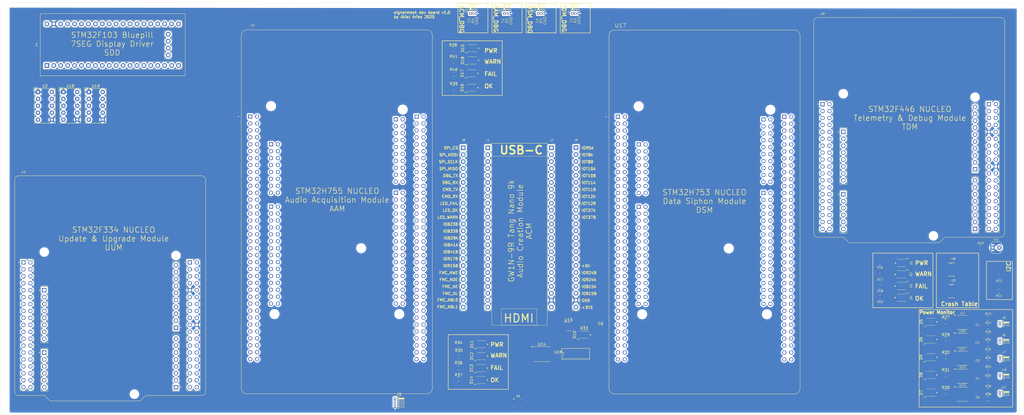
<source format=kicad_pcb>
(kicad_pcb (version 20241229) (generator "pcbnew") (generator_version "9.0")
  (layers (0 "F.Cu" signal) (2 "B.Cu" signal) (13 "F.Paste" user) (15 "B.Paste" user) (5 "F.SilkS" user "F.Silkscreen") (7 "B.SilkS" user "B.Silkscreen") (1 "F.Mask" user) (3 "B.Mask" user) (25 "Edge.Cuts" user))
  (net 0 "")
  (net 2 "Net-(U1A-GND_CN11-PadCN11_19)")
  (net 58 "GND")
  (net 59 "AAM_FMC_NBL0")
  (net 62 "AAM_FMC_NE")
  (net 64 "Net-(U14-VCC)")
  (net 65 "Net-(D10-A)")
  (net 66 "Net-(D11-A)")
  (net 67 "Net-(D12-A)")
  (net 68 "Net-(D13-A)")
  (net 69 "Net-(D14-A)")
  (net 70 "Net-(D15-A)")
  (net 71 "Net-(D16-A)")
  (net 72 "Net-(D17-A)")
  (net 73 "Net-(D18-A)")
  (net 74 "ACM_LED_WARN")
  (net 75 "ACM_DBG_TX")
  (net 76 "ACM_CMD_RX")
  (net 77 "ACM_DBG_RX")
  (net 78 "ACM_LED_PWR")
  (net 79 "ACM_SPI_SCLK")
  (net 80 "ACM_SPI_CS")
  (net 81 "ACM_LED_FAIL")
  (net 82 "AAM_FMC_NL")
  (net 83 "AAM_FMC_NBL1")
  (net 87 "AAM_FMC_D11")
  (net 88 "ACM_SPI_MISO")
  (net 89 "ACM_CMD_TX")
  (net 90 "ACM_SPI_MOSI")
  (net 91 "ACM_LED_OK")
  (net 92 "AAM_FMC_NOE")
  (net 94 "ACM_FMC_D15")
  (net 96 "AAM_FMC_D0")
  (net 97 "AAM_FMC_D10")
  (net 98 "ACM_FMC_D14")
  (net 101 "AAM_FMC_D9")
  (net 120 "Net-(D1-A)")
  (net 121 "5V_TDM")
  (net 122 "AAM_FMC_NWE")
  (net 123 "AAM_FMC_D7")
  (net 124 "AAM_FMC_D3")
  (net 126 "Net-(D2-A)")
  (net 127 "Net-(D3-A)")
  (net 128 "Net-(D4-A)")
  (net 129 "AAM_FMC_D13")
  (net 130 "AAM_FMC_D8")
  (net 131 "AAM_FMC_D12")
  (net 155 "Net-(U9B-PC7)")
  (net 157 "3V3_ACM")
  (net 158 "AAM_FMC_D4")
  (net 159 "AAM_FMC_D6")
  (net 161 "AAM_FMC_D1")
  (net 162 "5V_ACM")
  (net 163 "AAM_FMC_D2")
  (net 165 "AAM_FMC_D5")
  (net 175 "TDM_I2C1_SCL")
  (net 192 "TDM_I2C1_SDA")
  (net 201 "TDM_VDD")
  (net 203 "TDM_DBG_RX")
  (net 204 "TDM_DBG_TX")
  (net 205 "Net-(J5-Pin_1)")
  (net 206 "Net-(J6-Pin_1)")
  (net 207 "Net-(J7-Pin_1)")
  (net 208 "Net-(J10-Pin_1)")
  (net 209 "Net-(J11-Pin_1)")
  (net 210 "Net-(D5-A)")
  (net 211 "AAM_DBG_TX")
  (net 212 "AAM_DBG_RX")
  (net 213 "DSM_DBG_TX")
  (net 214 "DSM_DBG_RX")
  (net 215 "VDD_ACM")
  (net 216 "Net-(D6-A)")
  (net 217 "Net-(D7-A)")
  (net 218 "Net-(D8-A)")
  (net 219 "Net-(D9-A)")
  (net 220 "VDD_AAM")
  (net 221 "VDD_UUM")
  (net 222 "VDD_DSM")
  (net 223 "5V_DSM")
  (net 224 "5V_UUM")
  (net 225 "5V_AAM")
  (net 226 "TDM_LED_OK")
  (net 227 "TDM_LED_WARN")
  (net 228 "TDM_LED_FAIL")
  (net 229 "ACM_VDD")
  (net 235 "Net-(U1B-GND_CN12-PadCN12_20)")
  (net 282 "Net-(U14-~{CS})")
  (net 283 "Net-(U14-DI{slash}IO_{0})")
  (net 284 "Net-(U14-DO{slash}IO_{1})")
  (net 285 "Net-(U14-CLK)")
  (net 290 "AAM_VDD")
  (net 291 "AAM_LED_OK")
  (net 292 "AAM_LED_WARN")
  (net 293 "AAM_LED_FAIL")
  (net 303 "Net-(U1F-GND_CN10-PadCN10_17)")
  (net 336 "Net-(U1C-GND_CN8-PadCN8_11)")
  (net 364 "Net-(U1D-GND_CN9-PadCN9_12)")
  (net 389 "Net-(U17A-GND_CN11-PadCN11_19)")
  (net 398 "Net-(U17B-GND_CN12-PadCN12_20)")
  (net 412 "Net-(U17F-GND_CN10-PadCN10_17)")
  (net 437 "Net-(U17D-GND_CN9-PadCN9_12)")
  (net 453 "Net-(U17C-GND_CN8-PadCN8_11)")
  (net 602 "AAM_FMC_CLK")
  (net 603 "AAM_I2C1_SCL")
  (net 604 "AAM_I2C1_SDA")
  (net 616 "Net-(U2-B)")
  (net 617 "Net-(U2-DP)")
  (net 618 "Net-(U2-D)")
  (net 619 "Net-(U2-E)")
  (net 620 "Net-(U2-G)")
  (net 621 "Net-(U2-C)")
  (net 622 "Net-(U2-F)")
  (net 623 "Net-(U2-A)")
  (net 624 "Net-(U19-G)")
  (net 625 "Net-(U18-F)")
  (net 626 "Net-(U19-C)")
  (net 627 "Net-(U19-F)")
  (net 628 "Net-(U19-A)")
  (net 629 "Net-(U19-D)")
  (net 630 "Net-(U18-D)")
  (net 631 "Net-(U18-B)")
  (net 632 "Net-(U18-G)")
  (net 633 "Net-(U18-C)")
  (net 634 "Net-(U19-DP)")
  (net 635 "5V_7SDD")
  (net 636 "Net-(U18-DP)")
  (net 637 "Net-(U19-E)")
  (net 638 "Net-(U18-A)")
  (net 639 "Net-(U19-B)")
  (net 640 "Net-(U18-E)")
  (footprint "LED_SMD:LED_Kingbright_KPBD-3224" (layer "F.Cu") (at 366.31 179.346667 90)
    (property "Reference" "D12")
    (property "Value" "LED_OK")
  )
  (footprint "Display_7Segment:HDSP-A151" (layer "F.Cu") (at 213.205 82.54)
    (property "Reference" "U18")
    (property "Value" "HDSP-7503")
  )
  (footprint "LED_SMD:LED_Kingbright_KPBD-3224" (layer "F.Cu") (at 363 71 90)
    (property "Reference" "D18")
    (property "Value" "LED_WARN")
  )
  (footprint "LED_SMD:LED_Kingbright_KPBD-3224" (layer "F.Cu") (at 531 166.75 90)
    (property "Reference" "D5")
    (property "Value" "LED_PWR")
  )
  (footprint "Resistor_SMD:R_0805_2012Metric_Pad1.20x1.40mm_HandSolder" (layer "F.Cu") (at 555.95 150.14 180)
    (property "Reference" "R12")
    (property "Value" "4.7k")
  )
  (footprint "Capacitor_SMD:C_0201_0603Metric" (layer "F.Cu") (at 548.0873 181.9901)
    (property "Reference" "C3")
    (property "Value" "0.1uf")
  )
  (footprint "LED_SMD:LED_Kingbright_KPBD-3224" (layer "F.Cu") (at 520.3 149.4 -90)
    (property "Reference" "D2")
    (property "Value" "LED_FAIL")
  )
  (footprint "Resistor_SMD:R_0805_2012Metric_Pad1.20x1.40mm_HandSolder" (layer "F.Cu") (at 512.4 149.7 180)
    (property "Reference" "R17")
    (property "Value" "300")
  )
  (footprint "Resistor_SMD:R_0805_2012Metric_Pad1.20x1.40mm_HandSolder" (layer "F.Cu") (at 512.4 145.2 180)
    (property "Reference" "R16")
    (property "Value" "300")
  )
  (footprint "Display_7Segment:HDSP-A151" (layer "F.Cu") (at 222.52 82.54)
    (property "Reference" "U19")
    (property "Value" "HDSP-7503")
  )
  (footprint "Connector_PinHeader_1.00mm:PinHeader_1x03_P1.00mm_Horizontal" (layer "F.Cu") (at 399.75 53.775 90)
    (property "Reference" "J4")
    (property "Value" "TDM_DBG")
  )
  (footprint "Resistor_SMD:R_0805_2012Metric_Pad1.20x1.40mm_HandSolder" (layer "F.Cu") (at 356.2 81.2)
    (property "Reference" "R39")
    (property "Value" "300")
  )
  (footprint "Connector_PinHeader_1.00mm:PinHeader_1x04_P1.00mm_Horizontal" (layer "F.Cu") (at 334.7 194.9)
    (property "Reference" "J3")
    (property "Value" "LCD_display")
  )
  (footprint "Resistor_SMD:R_0805_2012Metric_Pad1.20x1.40mm_HandSolder" (layer "F.Cu") (at 358.01 183.68)
    (property "Reference" "R36")
    (property "Value" "300")
  )
  (footprint "Resistor_SMD:R_0805_2012Metric_Pad1.20x1.40mm_HandSolder" (layer "F.Cu") (at 552 172.05)
    (property "Reference" "R20")
    (property "Value" "10k")
  )
  (footprint "NUCLEO-H753ZI:MODULE_NUCLEO-H753ZI" (layer "F.Cu") (at 313.41 126.47)
    (property "Reference" "U1")
    (property "Value" "NUCLEO-H753ZI")
  )
  (footprint "Resistor_SMD:R_0805_2012Metric_Pad1.20x1.40mm_HandSolder" (layer "F.Cu") (at 552 178.55)
    (property "Reference" "R22")
    (property "Value" "10k")
  )
  (footprint "Package_LGA:Bosch_LGA-8_2.5x2.5mm_P0.65mm_ClockwisePinNumbering" (layer "F.Cu") (at 379.725 196.455)
    (property "Reference" "U6")
    (property "Value" "BME280")
  )
  (footprint "Capacitor_SMD:C_0201_0603Metric" (layer "F.Cu") (at 548.0873 169)
    (property "Reference" "C1")
    (property "Value" "0.1uf")
  )
  (footprint "Capacitor_SMD:C_0201_0603Metric" (layer "F.Cu") (at 548.0873 195.4901)
    (property "Reference" "C5")
    (property "Value" "0.1uf")
  )
  (footprint "Connector_PinSocket_2.54mm:PinSocket_1x24_P2.54mm_Vertical" (layer "F.Cu") (at 401.01 102.94)
    (property "Reference" "J9")
    (property "Value" "FPGA I/O")
  )
  (footprint "Capacitor_SMD:C_0201_0603Metric" (layer "F.Cu") (at 410.065 168.48)
    (property "Reference" "C6")
    (property "Value" "10uf")
  )
  (footprint "Capacitor_SMD:C_0201_0603Metric" (layer "F.Cu") (at 548.0873 175.4872)
    (property "Reference" "C2")
    (property "Value" "0.1uf")
  )
  (footprint "Package_SO:SOIC-8_3.9x4.9mm_P1.27mm" (layer "F.Cu") (at 542.5425 173.5787)
    (property "Reference" "U10")
    (property "Value" "INA219AxD")
  )
  (footprint "LED_SMD:LED_Kingbright_KPBD-3224" (layer "F.Cu") (at 531 179.725 90)
    (property "Reference" "D9")
    (property "Value" "LED_PWR")
  )
  (footprint "OptoDevice:R_LDR_4.9x4.2mm_P2.54mm_Vertical" (layer "F.Cu") (at 553.66 139.6)
    (property "Reference" "TH1")
    (property "Value" "10k")
  )
  (footprint "Package_SO:SOIC-8_3.9x4.9mm_P1.27mm" (layer "F.Cu") (at 542.56 193.315)
    (property "Reference" "U13")
    (property "Value" "INA219AxD")
  )
  (footprint "Display_7Segment:HDSP-A151" (layer "F.Cu") (at 203.89 82.54)
    (property "Reference" "U2")
    (property "Value" "HDSP-7503")
  )
  (footprint "Resistor_SMD:R_0805_2012Metric_Pad1.20x1.40mm_HandSolder" (layer "F.Cu") (at 356.2 71.2)
    (property "Reference" "R41")
    (property "Value" "300")
  )
  (footprint "Resistor_SMD:R_0805_2012Metric_Pad1.20x1.40mm_HandSolder" (layer "F.Cu") (at 356 67)
    (property "Reference" "R38")
    (property "Value" "300")
  )
  (footprint "LED_SMD:LED_Kingbright_KPBD-3224" (layer "F.Cu") (at 520.3 157.9 -90)
    (property "Reference" "D4")
    (property "Value" "LED_PWR")
  )
  (footprint "Resistor_SMD:R_0805_2012Metric_Pad1.20x1.40mm_HandSolder" (layer "F.Cu") (at 536.5 192.5)
    (property "Reference" "R30")
    (property "Value" "300")
  )
  (footprint "Resistor_SMD:R_0805_2012Metric_Pad1.20x1.40mm_HandSolder" (layer "F.Cu") (at 551.957401 168.66397)
    (property "Reference" "R14")
    (property "Value" "10k")
  )
  (footprint "Package_TO_SOT_SMD:SOT-23-5" (layer "F.Cu") (at 398.3475 168.43)
    (property "Reference" "U15")
    (property "Value" "AP2112K-3.3")
  )
  (footprint "Connector_PinSocket_2.54mm:PinSocket_1x24_P2.54mm_Vertical" (layer "F.Cu") (at 368.7 102.98)
    (property "Reference" "J1")
    (property "Value" "FPGA I/O")
  )
  (footprint "Package_SO:SOIC-8_3.9x4.9mm_P1.27mm" (layer "F.Cu") (at 542.525 180.1575)
    (property "Reference" "U11")
    (property "Value" "INA219AxD")
  )
  (footprint "Resistor_SMD:R_0805_2012Metric_Pad1.20x1.40mm_HandSolder" (layer "F.Cu") (at 512.4 153.84 180)
    (property "Reference" "R18")
    (property "Value" "300")
  )
  (footprint "Resistor_SMD:R_0805_2012Metric_Pad1.20x1.40mm_HandSolder" (layer "F.Cu") (at 356.2 76)
    (property "Reference" "R40")
    (property "Value" "300")
  )
  (footprint "LED_SMD:LED_Kingbright_KPBD-3224" (layer "F.Cu") (at 362.8 81 90)
    (property "Reference" "D16")
    (property "Value" "LED_OK")
  )
  (footprint "Connector_PinSocket_2.54mm:PinSocket_1x24_P2.54mm_Vertical" (layer "F.Cu") (at 359.7 102.98)
    (property "Reference" "J8")
    (property "Value" "FPGA I/O")
  )
  (footprint "LED_SMD:LED_Kingbright_KPBD-3224" (layer "F.Cu") (at 531 173.2375 90)
    (property "Reference" "D6")
    (property "Value" "LED_PWR")
  )
  (footprint "Resistor_SMD:R_0805_2012Metric_Pad1.20x1.40mm_HandSolder" (layer "F.Cu") (at 358.11 179.48)
    (property "Reference" "R35")
    (property "Value" "300")
  )
  (footprint "Resistor_SMD:R_0805_2012Metric_Pad1.20x1.40mm_HandSolder" (layer "F.Cu") (at 552 175)
    (property "Reference" "R21")
    (property "Value" "10k")
  )
  (footprint "Resistor_SMD:R_0805_2012Metric_Pad1.20x1.40mm_HandSolder" (layer "F.Cu") (at 512.4 157.84 180)
    (property "Reference" "R15")
    (property "Value" "300")
  )
  (footprint "Package_SO:SOIC-8_5.3x5.3mm_P1.27mm" (layer "F.Cu") (at 388.51 178.58)
    (property "Reference" "U14")
    (property "Value" "W25Q128JVS")
  )
  (footprint "LED_SMD:LED_Kingbright_KPBD-3224" (layer "F.Cu") (at 404.01 171.48 90)
    (property "Reference" "D10")
    (property "Value" "LED_PWR")
  )
  (footprint "LED_SMD:LED_Kingbright_KPBD-3224" (layer "F.Cu") (at 520.3 153.6451 -90)
    (property "Reference" "D3")
    (property "Value" "LED_WARN")
  )
  (footprint "Resistor_SMD:R_0805_2012Metric_Pad1.20x1.40mm_HandSolder" (layer "F.Cu") (at 536.5 179.625)
    (property "Reference" "R32")
    (property "Value" "300")
  )
  (footprint "Resistor_SMD:R_0805_2012Metric_Pad1.20x1.40mm_HandSolder" (layer "F.Cu") (at 358.01 187.88)
    (property "Reference" "R37")
    (property "Value" "300")
  )
  (footprint "Connector_PinSocket_2.54mm:PinSocket_1x24_P2.54mm_Vertical" (layer "F.Cu") (at 392.01 102.98)
    (property "Reference" "J2")
    (property "Value" "FPGA I/O")
  )
  (footprint "NUCLEO-F446RE:MODULE_NUCLEO-F446RE" (layer "F.Cu") (at 523.11 96.51)
    (property "Reference" "U9")
    (property "Value" "NUCLEO-F446RE")
  )
  (footprint "Resistor_SMD:R_0805_2012Metric_Pad1.20x1.40mm_HandSolder" (layer "F.Cu") (at 536.5 186.0625)
    (property "Reference" "R31")
    (property "Value" "300")
  )
  (footprint "Connector_PinHeader_1.00mm:PinHeader_1x03_P1.00mm_Horizontal" (layer "F.Cu") (at 362.35 53.775 90)
    (property "Reference" "J14")
    (property "Value" "ACM_DBG")
  )
  (footprint "LED_SMD:LED_Kingbright_KPBD-3224" (layer "F.Cu") (at 531 192.7 90)
    (property "Reference" "D7")
    (property "Value" "LED_PWR")
  )
  (footprint "LED_SMD:LED_Kingbright_KPBD-3224" (layer "F.Cu") (at 366.21 188.08 90)
    (property "Reference" "D14")
    (property "Value" "LED_WARN")
  )
  (footprint "Connector_PinHeader_1.00mm:PinHeader_1x02_P1.00mm_Horizontal" (layer "F.Cu") (at 556.375 192.5)
    (property "Reference" "J11")
    (property "Value" "INA219_CONFIG")
  )
  (footprint "Connector_PinHeader_1.00mm:PinHeader_1x02_P1.00mm_Horizontal" (layer "F.Cu") (at 556.375 173.375)
    (property "Reference" "J6")
    (property "Value" "INA219_CONFIG")
  )
  (footprint "LED_SMD:LED_Kingbright_KPBD-3224" (layer "F.Cu") (at 366.21 183.713333 90)
    (property "Reference" "D13")
    (property "Value" "LED_FAIL")
  )
  (footprint "LED_SMD:LED_Kingbright_KPBD-3224" (layer "F.Cu") (at 363 66.5 90)
    (property "Reference" "D15")
    (property "Value" "LED_PWR")
  )
  (footprint "Connector_PinHeader_1.00mm:PinHeader_1x02_P1.00mm_Horizontal" (layer "F.Cu") (at 556.375 186.125)
    (property "Reference" "J10")
    (property "Value" "INA219_CONFIG")
  )
  (footprint "Resistor_SMD:R_0805_2012Metric_Pad1.20x1.40mm_HandSolder" (layer "F.Cu") (at 536.5 173.1875)
    (property "Reference" "R29")
    (property "Value" "300")
  )
  (footprint "Resistor_SMD:R_0805_2012Metric_Pad1.20x1.40mm_HandSolder" (layer "F.Cu") (at 552 181.65)
    (property "Reference" "R24")
    (property "Value" "10k")
  )
  (footprint "Footprints:YAAJ_WeAct_BlackPill_SWD_2" (layer "F.Cu") (at 207.14 72.84 90)
    (property "Reference" "U4")
    (property "Value" "YAAJ_BluePill_Part_Like" (hide yes))
  )
  (footprint "Connector_PinHeader_1.00mm:PinHeader_1x03_P1.00mm_Horizontal" (layer "F.Cu") (at 374.75 53.775 90)
    (property "Reference" "J12")
    (property "Value" "AAM_DBG")
  )
  (footprint "NUCLEO-F303RE:ST_NUCLEO-F303RE" (layer "F.Cu") (at 230.33 154.52)
    (property "Reference" "U3")
    (property "Value" "NUCLEO-F303RE")
  )
  (footprint "74HC4050D:SO16" (layer "F.Cu") (at 400.915 178.48)
    (property "Reference" "U16")
    (property "Value" "74HC4050D")
  )
  (footprint "Connector_PinHeader_1.00mm:PinHeader_1x03_P1.00mm_Horizontal" (layer "F.Cu") (at 387.25 53.775 90)
    (property "Reference" "J13")
    (property "Value" "DSM_DBG")
  )
  (footprint "Package_SO:SOIC-8_3.9x4.9mm_P1.27mm" (layer "F.Cu") (at 542.5775 186.7362)
    (property "Reference" "U12")
    (property "Value" "INA219AxD")
  )
  (footprint "NUCLEO-H753ZI:MODULE_NUCLEO-H753ZI" (layer "F.Cu") (at 448.13 126.54)
    (property "Reference" "U17")
    (property "Value" "NUCLEO-H753ZI")
  )
  (footprint "LED_SMD:LED_Kingbright_KPBD-3224" (layer "F.Cu") (at 362.8 75.7 90)
    (property "Reference" "D17")
    (property "Value" "LED_FAIL")
  )
  (footprint "LED_SMD:LED_Kingbright_KPBD-3224" (layer "F.Cu") (at 531 186.2125 90)
    (property "Reference" "D8")
    (property "Value" "LED_PWR")
  )
  (footprint "Capacitor_SMD:C_0201_0603Metric" (layer "F.Cu") (at 548.0873 188.7401)
    (property "Reference" "C4")
    (property "Value" "0.1uf")
  )
  (footprint "LED_SMD:LED_Kingbright_KPBD-3224" (layer "F.Cu") (at 366.31 174.98 90)
    (property "Reference" "D11")
    (property "Value" "LED_PWR")
  )
  (footprint "LED_SMD:LED_Kingbright_KPBD-3224" (layer "F.Cu") (at 520.4 145.2 -90)
    (property "Reference" "D1")
    (property "Value" "LED_OK")
  )
  (footprint "24LC256-I_SN:SOIC127P600X175-8N" (layer "F.Cu") (at 538.6 155.505)
    (property "Reference" "U5")
    (property "Value" "24LC256-I_SN")
  )
  (footprint "Resistor_SMD:R_0805_2012Metric_Pad1.20x1.40mm_HandSolder" (layer "F.Cu") (at 552 192)
    (property "Reference" "R26")
    (property "Value" "10k")
  )
  (footprint "Resistor_SMD:R_0805_2012Metric_Pad1.20x1.40mm_HandSolder" (layer "F.Cu") (at 552 185)
    (property "Reference" "R23")
    (property "Value" "10k")
  )
  (footprint "Resistor_SMD:R_0805_2012Metric_Pad1.20x1.40mm_HandSolder" (layer "F.Cu") (at 552 194.95)
    (property "Reference" "R28")
    (property "Value" "10k")
  )
  (footprint "24LC256-I_SN:SOIC127P600X175-8N" (layer "F.Cu") (at 538.6 147.6)
    (property "Reference" "U8")
    (property "Value" "24LC256-I_SN")
  )
  (footprint "Resistor_SMD:R_0805_2012Metric_Pad1.20x1.40mm_HandSolder" (layer "F.Cu") (at 552 165.5)
    (property "Reference" "R13")
    (property "Value" "10k")
  )
  (footprint "Connector_PinHeader_1.00mm:PinHeader_1x02_P1.00mm_Horizontal" (layer "F.Cu") (at 556.375 167)
    (property "Reference" "J5")
    (property "Value" "INA219_CONFIG")
  )
  (footprint "Resistor_SMD:R_0805_2012Metric_Pad1.20x1.40mm_HandSolder" (layer "F.Cu") (at 536.5 166.75)
    (property "Reference" "R27")
    (property "Value" "300")
  )
  (footprint "Resistor_SMD:R_0805_2012Metric_Pad1.20x1.40mm_HandSolder" (layer "F.Cu") (at 404.01 167.48 180)
    (property "Reference" "R33")
    (property "Value" "300")
  )
  (footprint "Resistor_SMD:R_0805_2012Metric_Pad1.20x1.40mm_HandSolder" (layer "F.Cu") (at 552 188.15)
    (property "Reference" "R25")
    (property "Value" "10k")
  )
  (footprint "Connector_PinHeader_1.00mm:PinHeader_1x02_P1.00mm_Horizontal" (layer "F.Cu") (at 556.375 179.75)
    (property "Reference" "J7")
    (property "Value" "INA219_CONFIG")
  )
  (footprint "Resistor_SMD:R_0805_2012Metric_Pad1.20x1.40mm_HandSolder" (layer "F.Cu") (at 555.95 155.6 180)
    (property "Reference" "R11")
    (property "Value" "4.7k")
  )
  (footprint "Resistor_SMD:R_0805_2012Metric_Pad1.20x1.40mm_HandSolder" (layer "F.Cu") (at 549.2 139.6)
    (property "Reference" "R19")
    (property "Value" "10k")
  )
  (footprint "Resistor_SMD:R_0805_2012Metric_Pad1.20x1.40mm_HandSolder" (layer "F.Cu") (at 358.01 175.28)
    (property "Reference" "R34")
    (property "Value" "300")
  )
  (footprint "Package_SO:SOIC-8_3.9x4.9mm_P1.27mm" (layer "F.Cu") (at 542.595 167)
    (property "Reference" "U7")
    (property "Value" "INA219AxD")
  )
  (gr_rect (start 551.45 144.6) (end 560.95 158.6) (stroke (width 0.2)) (fill no) (layer "F.SilkS"))
  (gr_rect (start 354.21 171.48) (end 376.21 191.48) (stroke (width 0.2)) (fill no) (layer "F.SilkS"))
  (gr_line (start 402.9825 124.025) (end 403.3 124.025) (stroke (width 0.1)) (layer "F.SilkS"))
  (gr_rect (start 370.25 50.1) (end 381.25 60.869873) (stroke (width 0.2)) (fill no) (layer "F.SilkS"))
  (gr_rect (start 533.1 141.6) (end 548.6 161.6) (stroke (width 0.2)) (fill no) (layer "F.SilkS"))
  (gr_line (start 402.9825 104.975) (end 403.3 104.975) (stroke (width 0.1)) (layer "F.SilkS"))
  (gr_rect (start 370.2 101.305) (end 390.52 167.98) (stroke (width 0.1)) (fill no) (layer "F.SilkS"))
  (gr_rect (start 395.25 50.130127) (end 406.25 60.9) (stroke (width 0.2)) (fill no) (layer "F.SilkS"))
  (gr_rect (start 526.75 162.25) (end 561 198) (stroke (width 0.2)) (fill no) (layer "F.SilkS"))
  (gr_rect (start 357.75 50.1) (end 368.75 60.869873) (stroke (width 0.2)) (fill no) (layer "F.SilkS"))
  (gr_rect (start 382.75 50.1) (end 393.75 60.869873) (stroke (width 0.2)) (fill no) (layer "F.SilkS"))
  (gr_line (start 402.6 104.975) (end 402.6 124.025) (stroke (width 0.1)) (layer "F.SilkS"))
  (gr_rect (start 352 63.8) (end 374 83.8) (stroke (width 0.2)) (fill no) (layer "F.SilkS"))
  (gr_rect (start 509.8 141.6) (end 531.8 161.6) (stroke (width 0.2)) (fill no) (layer "F.SilkS"))
  (gr_rect (start 370.201459 101.30598) (end 390.521459 106.06848) (stroke (width 0.1)) (fill no) (layer "F.SilkS"))
  (gr_rect (start 373.693959 161.94848) (end 386.711459 167.98098) (stroke (width 0.1)) (fill no) (layer "F.SilkS"))
  (gr_arc (start 195 200.88) (mid 191.464466 199.415534) (end 190 195.88) (stroke (width 0.05)) (layer "Edge.Cuts"))
  (gr_line (start 190 195.88) (end 190 54.8) (stroke (width 0.05)) (layer "Edge.Cuts"))
  (gr_line (start 195 49.901728) (end 560.18 49.951068) (stroke (width 0.05)) (layer "Edge.Cuts"))
  (gr_line (start 560.18 200.88) (end 195 200.88) (stroke (width 0.05)) (layer "Edge.Cuts"))
  (gr_arc (start 565.18 195.88) (mid 563.715534 199.415534) (end 560.18 200.88) (stroke (width 0.05)) (layer "Edge.Cuts"))
  (gr_line (start 565.18 54.951068) (end 565.18 195.88) (stroke (width 0.05)) (layer "Edge.Cuts"))
  (gr_arc (start 190 54.9) (mid 191.464466 51.364466) (end 195 49.9) (stroke (width 0.05)) (layer "Edge.Cuts"))
  (gr_arc (start 560.18 49.951068) (mid 563.715534 51.415534) (end 565.18 54.951068) (stroke (width 0.05)) (layer "Edge.Cuts"))
  (gr_text "STM32H753 NUCLEO\nData Siphon Module\nDSM" (at 448.13 127 0) (layer "F.SilkS") (effects (font (size 2.016 2.016) (thickness 0.2) (bold yes)) (justify bottom)))
  (gr_text "DSM_DBG" (at 383.25 50.534937 270) (layer "F.SilkS") (effects (font (size 1.5 1.5) (thickness 0.3) (bold yes)) (justify left bottom)))
  (gr_text "TX" (at 387.5 57.36827 90) (layer "F.SilkS") (effects (font (size 1 1) (thickness 0.1)) (justify left bottom)))
  (gr_text "OK" (at 525.1 159.1 0) (layer "F.SilkS") (effects (font (size 1.5 1.5) (thickness 0.3) (bold yes)) (justify left bottom)))
  (gr_text "signalmesh dev board v1.0\nby Akiel Aries 2025" (at 334.2 55.6 0) (layer "F.SilkS") (effects (font (size 1 1) (thickness 0.2) (bold yes)) (justify left bottom)))
  (gr_text "ACM_DBG" (at 358.25 50.534937 270) (layer "F.SilkS") (effects (font (size 1.5 1.5) (thickness 0.3) (bold yes)) (justify left bottom)))
  (gr_text "IOB15B\n" (at 402.9825 156.42 0) (layer "F.SilkS") (effects (font (size 1 1) (thickness 0.2) (bold yes)) (justify left)))
  (gr_text "FMC_NWE" (at 357.9 148.78 0) (layer "F.SilkS") (effects (font (size 1 1) (thickness 0.2) (bold yes)) (justify right)))
  (gr_text "IOB15A" (at 402.9825 153.88 0) (layer "F.SilkS") (effects (font (size 1 1) (thickness 0.2) (bold yes)) (justify left)))
  (gr_text "TX" (at 375 57.36827 90) (layer "F.SilkS") (effects (font (size 1 1) (thickness 0.1)) (justify left bottom)))
  (gr_text "GND" (at 390.25 58.034937 90) (layer "F.SilkS") (effects (font (size 1 1) (thickness 0.1)) (justify left bottom)))
  (gr_text "Crash Table" (at 534.6 161.1 0) (layer "F.SilkS") (effects (font (size 1.5 1.5) (thickness 0.3) (bold yes)) (justify left bottom)))
  (gr_text "FAIL" (at 367.3 76.8 0) (layer "F.SilkS") (effects (font (size 1.5 1.5) (thickness 0.3) (bold yes)) (justify left bottom)))
  (gr_text "STM32F334 NUCLEO\nUpdate & Upgrade Module\nUUM" (at 231.62 140.72 0) (layer "F.SilkS") (effects (font (size 2.016 2.016) (thickness 0.2) (bold yes)) (justify bottom)))
  (gr_text "GND" (at 402.9825 158.96 0) (layer "F.SilkS") (effects (font (size 1 1) (thickness 0.2) (bold yes)) (justify left)))
  (gr_text "USB-C" (at 380.996459 103.84598 0) (layer "F.SilkS") (effects (font (size 3 3) (thickness 0.6) (bold yes))))
  (gr_text "DBG_RX" (at 357.9 115.76 0) (layer "F.SilkS") (effects (font (size 1 1) (thickness 0.2) (bold yes)) (justify right)))
  (gr_text "IOB33B" (at 357.9 133.54 0) (layer "F.SilkS") (effects (font (size 1 1) (thickness 0.2) (bold yes)) (justify right)))
  (gr_text "PWR" (at 369.51 175.98 0) (layer "F.SilkS") (effects (font (size 1.5 1.5) (thickness 0.3) (bold yes)) (justify left bottom)))
  (gr_text "TX" (at 362.5 57.36827 90) (layer "F.SilkS") (effects (font (size 1 1) (thickness 0.1)) (justify left bottom)))
  (gr_text "STM32F446 NUCLEO\nTelemetry & Debug Module\nTDM" (at 523.36 96.5 0) (layer "F.SilkS") (effects (font (size 2.016 2.016) (thickness 0.2) (bold yes)) (justify bottom)))
  (gr_text "CMD_RX" (at 357.9 120.84 0) (layer "F.SilkS") (effects (font (size 1 1) (thickness 0.2) (bold yes)) (justify right)))
  (gr_text "PWR" (at 367.3 68.3 0) (layer "F.SilkS") (effects (font (size 1.5 1.5) (thickness 0.3) (bold yes)) (justify left bottom)))
  (gr_text "DBG_TX" (at 357.9 113.22 0) (layer "F.SilkS") (effects (font (size 1 1) (thickness 0.2) (bold yes)) (justify right)))
  (gr_text "SPI_MOSI" (at 357.9 105.6 0) (layer "F.SilkS") (effects (font (size 1 1) (thickness 0.2) (bold yes)) (justify right)))
  (gr_text "IOT8B\n" (at 402.9825 108.16 0) (layer "F.SilkS") (effects (font (size 1 1) (thickness 0.2) (bold yes)) (justify left)))
  (gr_text "TDM_DBG" (at 395.75 50.4 270) (layer "F.SilkS") (effects (font (size 1.5 1.5) (thickness 0.3) (bold yes)) (justify left bottom)))
  (gr_text "RX" (at 376.375 57.487318 90) (layer "F.SilkS") (effects (font (size 1 1) (thickness 0.1)) (justify left bottom)))
  (gr_text "OK" (at 369.51 188.98 0) (layer "F.SilkS") (effects (font (size 1.5 1.5) (thickness 0.3) (bold yes)) (justify left bottom)))
  (gr_text "LED_FAIL" (at 357.9 123.38 0) (layer "F.SilkS") (effects (font (size 1 1) (thickness 0.2) (bold yes)) (justify right)))
  (gr_text "IOT12B\n" (at 402.9825 123.39 0) (layer "F.SilkS") (effects (font (size 1 1) (thickness 0.2) (bold yes)) (justify left)))
  (gr_text "WARN" (at 367.3 72.3 0) (layer "F.SilkS") (effects (font (size 1.5 1.5) (thickness 0.3) (bold yes)) (justify left bottom)))
  (gr_text "FMC_NOE" (at 357.9 151.32 0) (layer "F.SilkS") (effects (font (size 1 1) (thickness 0.2) (bold yes)) (justify right)))
  (gr_text "IOT8A\n" (at 402.9825 105.62 0) (layer "F.SilkS") (effects (font (size 1 1) (thickness 0.2) (bold yes)) (justify left)))
  (gr_text "AAM_DBG" (at 370.75 50.534937 270) (layer "F.SilkS") (effects (font (size 1.5 1.5) (thickness 0.3) (bold yes)) (justify left bottom)))
  (gr_text "IOR15B" (at 357.9 146.24 0) (layer "F.SilkS") (effects (font (size 1 1) (thickness 0.2) (bold yes)) (justify right)))
  (gr_text "IOT11B\n" (at 402.9825 118.32 0) (layer "F.SilkS") (effects (font (size 1 1) (thickness 0.2) (bold yes)) (justify left)))
  (gr_text "STM32F103 Bluepill\n7SEG Display Driver\nSDD" (at 231.09 69.34 0) (layer "F.SilkS") (effects (font (size 2.016 2.016) (thickness 0.2) (bold yes)) (justify bottom)))
  (gr_text "IOR5A" (at 402.9825 103.08 0) (layer "F.SilkS") (effects (font (size 1 1) (thickness 0.2) (bold yes)) (justify left)))
  (gr_text "PWR" (at 525.1 146.1 0) (layer "F.SilkS") (effects (font (size 1.5 1.5) (thickness 0.3) (bold yes)) (justify left bottom)))
  (gr_text "IOT37A\n" (at 402.9825 125.94 0) (layer "F.SilkS") (effects (font (size 1 1) (thickness 0.2) (bold yes)) (justify left)))
  (gr_text "I2C" (at 560.45 148.6 90) (layer "F.SilkS") (effects (font (size 1.5 1.5) (thickness 0.3) (bold yes)) (justify left bottom)))
  (gr_text "STM32H755 NUCLEO\nAudio Acquisition Module\nAAM" (at 313.54 126.5 0) (layer "F.SilkS") (effects (font (size 2.016 2.016) (thickness 0.2) (bold yes)) (justify bottom)))
  (gr_text "FAIL" (at 525.1 154.6 0) (layer "F.SilkS") (effects (font (size 1.5 1.5) (thickness 0.3) (bold yes)) (justify left bottom)))
  (gr_text "WARN" (at 525.1 150.1 0) (layer "F.SilkS") (effects (font (size 1.5 1.5) (thickness 0.3) (bold yes)) (justify left bottom)))
  (gr_text "IOR17B" (at 357.9 143.7 0) (layer "F.SilkS") (effects (font (size 1 1) (thickness 0.2) (bold yes)) (justify right)))
  (gr_text "IOB29A" (at 357.9 136.08 0) (layer "F.SilkS") (effects (font (size 1 1) (thickness 0.2) (bold yes)) (justify right)))
  (gr_text "Power Monitor" (at 526.75 164 0) (layer "F.SilkS") (effects (font (size 1.2 1.2) (thickness 0.3) (bold yes)) (justify left bottom)))
  (gr_text "+5V\n" (at 402.9825 146.26 0) (layer "F.SilkS") (effects (font (size 1 1) (thickness 0.2) (bold yes)) (justify left)))
  (gr_text "GND" (at 377.75 58.034937 90) (layer "F.SilkS") (effects (font (size 1 1) (thickness 0.1)) (justify left bottom)))
  (gr_text "OK" (at 367.3 81.3 0) (layer "F.SilkS") (effects (font (size 1.5 1.5) (thickness 0.3) (bold yes)) (justify left bottom)))
  (gr_text "RX" (at 388.875 57.487318 90) (layer "F.SilkS") (effects (font (size 1 1) (thickness 0.1)) (justify left bottom)))
  (gr_text "LED_OK" (at 357.9 125.92 0) (layer "F.SilkS") (effects (font (size 1 1) (thickness 0.2) (bold yes)) (justify right)))
  (gr_text "TX" (at 400 57.233333 90) (layer "F.SilkS") (effects (font (size 1 1) (thickness 0.1)) (justify left bottom)))
  (gr_text "FMC_NL" (at 357.9 156.4 0) (layer "F.SilkS") (effects (font (size 1 1) (thickness 0.2) (bold yes)) (justify right)))
  (gr_text "FMC_NBL1" (at 357.9 161.3 0) (layer "F.SilkS") (effects (font (size 1 1) (thickness 0.2) (bold yes)) (justify right)))
  (gr_text "FMC_NBL0" (at 357.9 158.76 0) (layer "F.SilkS") (effects (font (size 1 1) (thickness 0.2) (bold yes)) (justify right)))
  (gr_text "IOB41A" (at 357.9 138.62 0) (layer "F.SilkS") (effects (font (size 1 1) (thickness 0.2) (bold yes)) (justify right)))
  (gr_text "IOB41B" (at 357.9 141.16 0) (layer "F.SilkS") (effects (font (size 1 1) (thickness 0.2) (bold yes)) (justify right)))
  (gr_text "CMD_TX" (at 357.9 118.3 0) (layer "F.SilkS") (effects (font (size 1 1) (thickness 0.2) (bold yes)) (justify right)))
  (gr_text "RX" (at 401.375 57.352381 90) (layer "F.SilkS") (effects (font (size 1 1) (thickness 0.1)) (justify left bottom)))
  (gr_text "GND" (at 402.75 57.9 90) (layer "F.SilkS") (effects (font (size 1 1) (thickness 0.1)) (justify left bottom)))
  (gr_text "IOR24B\n" (at 402.9825 148.8 0) (layer "F.SilkS") (effects (font (size 1 1) (thickness 0.2) (bold yes)) (justify left)))
  (gr_text "LED_WARN" (at 357.9 128.46 0) (layer "F.SilkS") (effects (font (size 1 1) (thickness 0.2) (bold yes)) (justify right)))
  (gr_text "IOT10B\n" (at 402.9825 113.24 0) (layer "F.SilkS") (effects (font (size 1 1) (thickness 0.2) (bold yes)) (justify left)))
  (gr_text "IOT10A\n" (at 402.9825 110.7 0) (layer "F.SilkS") (effects (font (size 1 1) (thickness 0.2) (bold yes)) (justify left)))
  (gr_text "GND" (at 365.25 58.034937 90) (layer "F.SilkS") (effects (font (size 1 1) (thickness 0.1)) (justify left bottom)))
  (gr_text "FAIL" (at 369.51 184.48 0) (layer "F.SilkS") (effects (font (size 1.5 1.5) (thickness 0.3) (bold yes)) (justify left bottom)))
  (gr_text "GW1N-9R Tang Nano 9k\nAudio Creation Module\nACM" (at 385.01 133.48 90) (layer "F.SilkS") (effects (font (size 2.016 2.016) (thickness 0.2) (bold yes)) (justify bottom)))
  (gr_text "IOR24A\n" (at 402.9825 151.34 0) (layer "F.SilkS") (effects (font (size 1 1) (thickness 0.2) (bold yes)) (justify left)))
  (gr_text "FMC_NE" (at 357.9 153.86 0) (layer "F.SilkS") (effects (font (size 1 1) (thickness 0.2) (bold yes)) (justify right)))
  (gr_text "RX" (at 363.875 57.487318 90) (layer "F.SilkS") (effects (font (size 1 1) (thickness 0.1)) (justify left bottom)))
  (gr_text "HDMI" (at 380.043959 165.44098 0) (layer "F.SilkS") (effects (font (size 3 3) (thickness 0.4) (bold yes))))
  (gr_text "IOT12A\n" (at 402.9825 120.86 0) (layer "F.SilkS") (effects (font (size 1 1) (thickness 0.2) (bold yes)) (justify left)))
  (gr_text "SPI_MISO" (at 357.9 110.68 0) (layer "F.SilkS") (effects (font (size 1 1) (thickness 0.2) (bold yes)) (justify right)))
  (gr_text "WARN" (at 369.51 179.98 0) (layer "F.SilkS") (effects (font (size 1.5 1.5) (thickness 0.3) (bold yes)) (justify left bottom)))
  (gr_text "SPI_SCLK" (at 357.9 108.14 0) (layer "F.SilkS") (effects (font (size 1 1) (thickness 0.2) (bold yes)) (justify right)))
  (gr_text "IOB23B" (at 357.9 131 0) (layer "F.SilkS") (effects (font (size 1 1) (thickness 0.2) (bold yes)) (justify right)))
  (gr_text "SPI_CS" (at 357.9 103.06 0) (layer "F.SilkS") (effects (font (size 1 1) (thickness 0.2) (bold yes)) (justify right)))
  (gr_text "IOT37B\n" (at 402.9825 128.48 0) (layer "F.SilkS") (effects (font (size 1 1) (thickness 0.2) (bold yes)) (justify left)))
  (gr_text "+3V3\n" (at 402.9825 161.5 0) (layer "F.SilkS") (effects (font (size 1 1) (thickness 0.2) (bold yes)) (justify left)))
  (gr_text "IOT11A\n" (at 402.9825 115.78 0) (layer "F.SilkS") (effects (font (size 1 1) (thickness 0.2) (bold yes)) (justify left)))
  (zone (net 58) (net_name "GND") (layer "B.Cu") (priority 1) (connect_pads (clearance 0.5)) (min_thickness 0.25) (fill yes (thermal_gap 0.5) (thermal_bridge_width 0.5))
    (polygon (pts (xy 562.5 200) (xy 193.5 200) (xy 193.5 51.650952) (xy 562.5 52.002381)))
  )
)
</source>
